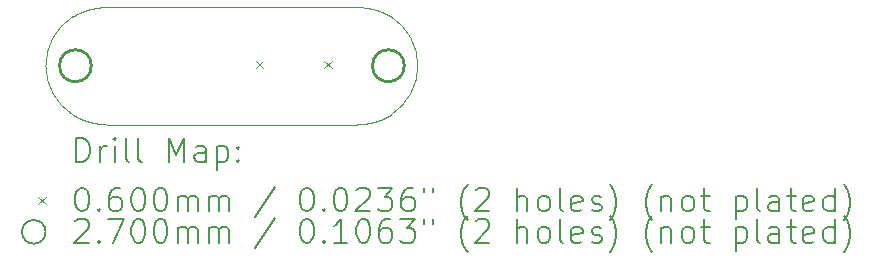
<source format=gbr>
%TF.GenerationSoftware,KiCad,Pcbnew,9.0.6*%
%TF.CreationDate,2025-12-29T07:41:30+09:00*%
%TF.ProjectId,muon,6d756f6e-2e6b-4696-9361-645f70636258,rev?*%
%TF.SameCoordinates,Original*%
%TF.FileFunction,Drillmap*%
%TF.FilePolarity,Positive*%
%FSLAX45Y45*%
G04 Gerber Fmt 4.5, Leading zero omitted, Abs format (unit mm)*
G04 Created by KiCad (PCBNEW 9.0.6) date 2025-12-29 07:41:30*
%MOMM*%
%LPD*%
G01*
G04 APERTURE LIST*
%ADD10C,0.050000*%
%ADD11C,0.200000*%
%ADD12C,0.100000*%
%ADD13C,0.270000*%
G04 APERTURE END LIST*
D10*
X8172120Y-5084630D02*
G75*
G02*
X8172120Y-5915370I-264620J-415370D01*
G01*
X7769895Y-5000000D02*
X5880105Y-5000000D01*
X5880105Y-6000000D02*
X5874430Y-6000000D01*
X5868715Y-5999997D01*
X5862961Y-5999991D01*
X5857169Y-5999979D01*
X5854258Y-5999971D01*
X5851339Y-5999960D01*
X5848411Y-5999946D01*
X5845473Y-5999930D01*
X5842527Y-5999911D01*
X5839573Y-5999889D01*
X5836609Y-5999864D01*
X5833638Y-5999835D01*
X5830658Y-5999802D01*
X5827669Y-5999765D01*
X5824673Y-5999723D01*
X5821669Y-5999677D01*
X5818657Y-5999626D01*
X5815638Y-5999570D01*
X5812611Y-5999509D01*
X5809576Y-5999442D01*
X5806535Y-5999369D01*
X5803486Y-5999291D01*
X5800430Y-5999206D01*
X5797367Y-5999114D01*
X5794297Y-5999016D01*
X5791221Y-5998910D01*
X5788138Y-5998798D01*
X5785049Y-5998678D01*
X5781954Y-5998550D01*
X5778852Y-5998414D01*
X5777299Y-5998343D01*
X5775745Y-5998270D01*
X5774189Y-5998195D01*
X5772631Y-5998117D01*
X5771072Y-5998038D01*
X5769512Y-5997956D01*
X5767950Y-5997872D01*
X5766387Y-5997786D01*
X5764823Y-5997697D01*
X5763257Y-5997606D01*
X5761689Y-5997513D01*
X5760121Y-5997417D01*
X5758551Y-5997319D01*
X5756980Y-5997219D01*
X5755407Y-5997116D01*
X5753834Y-5997010D01*
X5752259Y-5996902D01*
X5750682Y-5996791D01*
X5749105Y-5996678D01*
X5747526Y-5996562D01*
X5745947Y-5996444D01*
X5744366Y-5996323D01*
X5742783Y-5996199D01*
X5741200Y-5996072D01*
X5739616Y-5995942D01*
X5738030Y-5995810D01*
X5736444Y-5995675D01*
X5734856Y-5995537D01*
X5733267Y-5995396D01*
X5731677Y-5995252D01*
X5730086Y-5995105D01*
X5728495Y-5994956D01*
X5726902Y-5994803D01*
X5725308Y-5994647D01*
X5723713Y-5994488D01*
X5722117Y-5994326D01*
X5720520Y-5994160D01*
X5718923Y-5993992D01*
X5717324Y-5993820D01*
X5715725Y-5993646D01*
X5714125Y-5993467D01*
X5712523Y-5993286D01*
X5710921Y-5993101D01*
X5709319Y-5992913D01*
X5707715Y-5992721D01*
X5706111Y-5992527D01*
X5704505Y-5992328D01*
X5702899Y-5992126D01*
X5701293Y-5991921D01*
X5699685Y-5991712D01*
X5698077Y-5991499D01*
X5696468Y-5991283D01*
X5694858Y-5991064D01*
X5693248Y-5990840D01*
X5691637Y-5990613D01*
X5690026Y-5990382D01*
X5688414Y-5990148D01*
X5686801Y-5989909D01*
X5685188Y-5989667D01*
X5683574Y-5989421D01*
X5681959Y-5989171D01*
X5680344Y-5988917D01*
X5678729Y-5988660D01*
X5677113Y-5988398D01*
X5675496Y-5988132D01*
X5673879Y-5987863D01*
X5672261Y-5987589D01*
X5670643Y-5987311D01*
X5669025Y-5987029D01*
X5667406Y-5986743D01*
X5665787Y-5986453D01*
X5664167Y-5986158D01*
X5662548Y-5985859D01*
X5660927Y-5985556D01*
X5659307Y-5985249D01*
X5657686Y-5984938D01*
X5656064Y-5984622D01*
X5654443Y-5984301D01*
X5652821Y-5983976D01*
X5651199Y-5983647D01*
X5649576Y-5983313D01*
X5647954Y-5982975D01*
X5646331Y-5982632D01*
X5644708Y-5982285D01*
X5643085Y-5981933D01*
X5641461Y-5981577D01*
X5639838Y-5981215D01*
X5638214Y-5980849D01*
X5636591Y-5980479D01*
X5634967Y-5980103D01*
X5633343Y-5979723D01*
X5631719Y-5979338D01*
X5630095Y-5978948D01*
X5628471Y-5978554D01*
X5626847Y-5978154D01*
X5625222Y-5977750D01*
X5623598Y-5977340D01*
X5621974Y-5976926D01*
X5620350Y-5976506D01*
X5618726Y-5976081D01*
X5617102Y-5975652D01*
X5615478Y-5975217D01*
X5613855Y-5974777D01*
X5612231Y-5974332D01*
X5610607Y-5973882D01*
X5608984Y-5973426D01*
X5607361Y-5972965D01*
X5605738Y-5972499D01*
X5604115Y-5972028D01*
X5602493Y-5971551D01*
X5600870Y-5971069D01*
X5599248Y-5970581D01*
X5597626Y-5970088D01*
X5596005Y-5969590D01*
X5594383Y-5969086D01*
X5592762Y-5968576D01*
X5591142Y-5968061D01*
X5589521Y-5967540D01*
X5587901Y-5967014D01*
X5586282Y-5966482D01*
X5584663Y-5965944D01*
X5583044Y-5965401D01*
X5581425Y-5964852D01*
X5579807Y-5964297D01*
X5578190Y-5963736D01*
X5576573Y-5963169D01*
X5574956Y-5962597D01*
X5573340Y-5962018D01*
X5571725Y-5961434D01*
X5570110Y-5960844D01*
X5568495Y-5960247D01*
X5566881Y-5959645D01*
X5565268Y-5959037D01*
X5563655Y-5958422D01*
X5562043Y-5957802D01*
X5560431Y-5957175D01*
X5558821Y-5956542D01*
X5557210Y-5955903D01*
X5555601Y-5955258D01*
X5553992Y-5954606D01*
X5552384Y-5953948D01*
X5550776Y-5953284D01*
X5549169Y-5952614D01*
X5547563Y-5951937D01*
X5545958Y-5951253D01*
X5544354Y-5950563D01*
X5542750Y-5949867D01*
X5541147Y-5949164D01*
X5539545Y-5948455D01*
X5537944Y-5947739D01*
X5536344Y-5947017D01*
X5534744Y-5946288D01*
X5533146Y-5945552D01*
X5531548Y-5944809D01*
X5529951Y-5944060D01*
X5528356Y-5943304D01*
X5526761Y-5942542D01*
X5525167Y-5941772D01*
X5523574Y-5940996D01*
X5521982Y-5940212D01*
X5520391Y-5939422D01*
X5518802Y-5938625D01*
X5517213Y-5937821D01*
X5515625Y-5937010D01*
X5514038Y-5936192D01*
X5512453Y-5935367D01*
X5510868Y-5934535D01*
X5509285Y-5933696D01*
X5507703Y-5932849D01*
X5506122Y-5931996D01*
X5504542Y-5931135D01*
X5502963Y-5930267D01*
X5501386Y-5929391D01*
X5499810Y-5928509D01*
X5498235Y-5927619D01*
X5496661Y-5926722D01*
X5495089Y-5925817D01*
X5493517Y-5924905D01*
X5491948Y-5923985D01*
X5490379Y-5923058D01*
X5488812Y-5922124D01*
X5487246Y-5921182D01*
X5485681Y-5920232D01*
X5484118Y-5919275D01*
X5482556Y-5918310D01*
X5480996Y-5917338D01*
X5479437Y-5916358D01*
X5477880Y-5915370D01*
X7769895Y-5000000D02*
X7775570Y-5000000D01*
X7781285Y-5000003D01*
X7787039Y-5000009D01*
X7792831Y-5000021D01*
X7795741Y-5000029D01*
X7798661Y-5000040D01*
X7801589Y-5000054D01*
X7804526Y-5000070D01*
X7807473Y-5000089D01*
X7810427Y-5000111D01*
X7813391Y-5000136D01*
X7816362Y-5000165D01*
X7819342Y-5000198D01*
X7822330Y-5000235D01*
X7825327Y-5000277D01*
X7828331Y-5000323D01*
X7831343Y-5000374D01*
X7834362Y-5000430D01*
X7837389Y-5000491D01*
X7840424Y-5000558D01*
X7843465Y-5000631D01*
X7846514Y-5000709D01*
X7849570Y-5000794D01*
X7852633Y-5000886D01*
X7855703Y-5000984D01*
X7858779Y-5001090D01*
X7861862Y-5001202D01*
X7864951Y-5001322D01*
X7868046Y-5001450D01*
X7871148Y-5001586D01*
X7872701Y-5001657D01*
X7874255Y-5001730D01*
X7875811Y-5001805D01*
X7877369Y-5001883D01*
X7878928Y-5001962D01*
X7880488Y-5002044D01*
X7882050Y-5002128D01*
X7883613Y-5002214D01*
X7885177Y-5002303D01*
X7886743Y-5002394D01*
X7888310Y-5002487D01*
X7889879Y-5002583D01*
X7891449Y-5002681D01*
X7893020Y-5002781D01*
X7894593Y-5002884D01*
X7896166Y-5002990D01*
X7897741Y-5003098D01*
X7899317Y-5003209D01*
X7900895Y-5003322D01*
X7902473Y-5003438D01*
X7904053Y-5003556D01*
X7905634Y-5003677D01*
X7907216Y-5003801D01*
X7908800Y-5003928D01*
X7910384Y-5004058D01*
X7911970Y-5004190D01*
X7913556Y-5004325D01*
X7915144Y-5004463D01*
X7916733Y-5004604D01*
X7918323Y-5004748D01*
X7919914Y-5004895D01*
X7921505Y-5005044D01*
X7923098Y-5005197D01*
X7924692Y-5005353D01*
X7926287Y-5005512D01*
X7927883Y-5005674D01*
X7929479Y-5005840D01*
X7931077Y-5006008D01*
X7932676Y-5006180D01*
X7934275Y-5006354D01*
X7935875Y-5006533D01*
X7937476Y-5006714D01*
X7939078Y-5006899D01*
X7940681Y-5007087D01*
X7942285Y-5007279D01*
X7943889Y-5007473D01*
X7945495Y-5007672D01*
X7947101Y-5007874D01*
X7948707Y-5008079D01*
X7950315Y-5008288D01*
X7951923Y-5008501D01*
X7953532Y-5008717D01*
X7955141Y-5008936D01*
X7956752Y-5009160D01*
X7958363Y-5009387D01*
X7959974Y-5009618D01*
X7961586Y-5009852D01*
X7963199Y-5010091D01*
X7964812Y-5010333D01*
X7966426Y-5010579D01*
X7968041Y-5010829D01*
X7969656Y-5011083D01*
X7971271Y-5011340D01*
X7972887Y-5011602D01*
X7974504Y-5011868D01*
X7976121Y-5012137D01*
X7977738Y-5012411D01*
X7979356Y-5012689D01*
X7980975Y-5012971D01*
X7982594Y-5013257D01*
X7984213Y-5013547D01*
X7985832Y-5013842D01*
X7987452Y-5014141D01*
X7989073Y-5014444D01*
X7990693Y-5014751D01*
X7992314Y-5015062D01*
X7993936Y-5015378D01*
X7995557Y-5015699D01*
X7997179Y-5016024D01*
X7998801Y-5016353D01*
X8000424Y-5016687D01*
X8002046Y-5017025D01*
X8003669Y-5017368D01*
X8005292Y-5017715D01*
X8006915Y-5018067D01*
X8008538Y-5018423D01*
X8010162Y-5018785D01*
X8011786Y-5019151D01*
X8013409Y-5019521D01*
X8015033Y-5019897D01*
X8016657Y-5020277D01*
X8018281Y-5020662D01*
X8019905Y-5021052D01*
X8021529Y-5021446D01*
X8023153Y-5021846D01*
X8024778Y-5022250D01*
X8026402Y-5022660D01*
X8028026Y-5023074D01*
X8029650Y-5023494D01*
X8031274Y-5023919D01*
X8032898Y-5024348D01*
X8034522Y-5024783D01*
X8036145Y-5025223D01*
X8037769Y-5025668D01*
X8039392Y-5026118D01*
X8041016Y-5026574D01*
X8042639Y-5027035D01*
X8044262Y-5027501D01*
X8045885Y-5027972D01*
X8047507Y-5028449D01*
X8049130Y-5028931D01*
X8050752Y-5029419D01*
X8052374Y-5029912D01*
X8053995Y-5030410D01*
X8055617Y-5030914D01*
X8057238Y-5031424D01*
X8058858Y-5031939D01*
X8060479Y-5032460D01*
X8062099Y-5032986D01*
X8063718Y-5033518D01*
X8065337Y-5034056D01*
X8066956Y-5034599D01*
X8068575Y-5035148D01*
X8070193Y-5035703D01*
X8071810Y-5036264D01*
X8073427Y-5036831D01*
X8075044Y-5037403D01*
X8076660Y-5037982D01*
X8078275Y-5038566D01*
X8079890Y-5039156D01*
X8081505Y-5039753D01*
X8083119Y-5040355D01*
X8084732Y-5040963D01*
X8086345Y-5041578D01*
X8087957Y-5042198D01*
X8089569Y-5042825D01*
X8091179Y-5043458D01*
X8092790Y-5044097D01*
X8094399Y-5044742D01*
X8096008Y-5045394D01*
X8097616Y-5046052D01*
X8099224Y-5046716D01*
X8100831Y-5047386D01*
X8102437Y-5048063D01*
X8104042Y-5048747D01*
X8105646Y-5049437D01*
X8107250Y-5050133D01*
X8108853Y-5050836D01*
X8110455Y-5051545D01*
X8112056Y-5052261D01*
X8113656Y-5052983D01*
X8115256Y-5053712D01*
X8116854Y-5054448D01*
X8118452Y-5055191D01*
X8120049Y-5055940D01*
X8121644Y-5056696D01*
X8123239Y-5057458D01*
X8124833Y-5058228D01*
X8126426Y-5059004D01*
X8128018Y-5059788D01*
X8129609Y-5060578D01*
X8131198Y-5061375D01*
X8132787Y-5062179D01*
X8134375Y-5062990D01*
X8135962Y-5063808D01*
X8137547Y-5064633D01*
X8139132Y-5065465D01*
X8140715Y-5066304D01*
X8142297Y-5067151D01*
X8143878Y-5068004D01*
X8145458Y-5068865D01*
X8147037Y-5069733D01*
X8148614Y-5070609D01*
X8150190Y-5071491D01*
X8151765Y-5072381D01*
X8153339Y-5073278D01*
X8154911Y-5074183D01*
X8156483Y-5075095D01*
X8158052Y-5076015D01*
X8159621Y-5076942D01*
X8161188Y-5077876D01*
X8162754Y-5078818D01*
X8164319Y-5079768D01*
X8165882Y-5080725D01*
X8167444Y-5081690D01*
X8169004Y-5082662D01*
X8170563Y-5083642D01*
X8172120Y-5084630D01*
X5880105Y-6000000D02*
X7769895Y-6000000D01*
X7769895Y-6000000D02*
X7775570Y-6000000D01*
X7781285Y-5999997D01*
X7787039Y-5999991D01*
X7792831Y-5999979D01*
X7795741Y-5999971D01*
X7798661Y-5999960D01*
X7801589Y-5999946D01*
X7804526Y-5999930D01*
X7807473Y-5999911D01*
X7810427Y-5999889D01*
X7813391Y-5999864D01*
X7816362Y-5999835D01*
X7819342Y-5999802D01*
X7822330Y-5999765D01*
X7825327Y-5999723D01*
X7828331Y-5999677D01*
X7831343Y-5999626D01*
X7834362Y-5999570D01*
X7837389Y-5999509D01*
X7840424Y-5999442D01*
X7843465Y-5999369D01*
X7846514Y-5999291D01*
X7849570Y-5999206D01*
X7852633Y-5999114D01*
X7855703Y-5999016D01*
X7858779Y-5998910D01*
X7861862Y-5998798D01*
X7864951Y-5998678D01*
X7868046Y-5998550D01*
X7871148Y-5998414D01*
X7872701Y-5998343D01*
X7874255Y-5998270D01*
X7875811Y-5998195D01*
X7877369Y-5998117D01*
X7878928Y-5998038D01*
X7880488Y-5997956D01*
X7882050Y-5997872D01*
X7883613Y-5997786D01*
X7885177Y-5997697D01*
X7886743Y-5997606D01*
X7888310Y-5997513D01*
X7889879Y-5997417D01*
X7891449Y-5997319D01*
X7893020Y-5997219D01*
X7894593Y-5997116D01*
X7896166Y-5997010D01*
X7897741Y-5996902D01*
X7899317Y-5996791D01*
X7900895Y-5996678D01*
X7902473Y-5996562D01*
X7904053Y-5996444D01*
X7905634Y-5996323D01*
X7907216Y-5996199D01*
X7908800Y-5996072D01*
X7910384Y-5995942D01*
X7911970Y-5995810D01*
X7913556Y-5995675D01*
X7915144Y-5995537D01*
X7916733Y-5995396D01*
X7918323Y-5995252D01*
X7919914Y-5995105D01*
X7921505Y-5994956D01*
X7923098Y-5994803D01*
X7924692Y-5994647D01*
X7926287Y-5994488D01*
X7927883Y-5994326D01*
X7929479Y-5994160D01*
X7931077Y-5993992D01*
X7932676Y-5993820D01*
X7934275Y-5993646D01*
X7935875Y-5993467D01*
X7937476Y-5993286D01*
X7939078Y-5993101D01*
X7940681Y-5992913D01*
X7942285Y-5992721D01*
X7943889Y-5992527D01*
X7945495Y-5992328D01*
X7947101Y-5992126D01*
X7948707Y-5991921D01*
X7950315Y-5991712D01*
X7951923Y-5991499D01*
X7953532Y-5991283D01*
X7955141Y-5991064D01*
X7956752Y-5990840D01*
X7958363Y-5990613D01*
X7959974Y-5990382D01*
X7961586Y-5990148D01*
X7963199Y-5989909D01*
X7964812Y-5989667D01*
X7966426Y-5989421D01*
X7968041Y-5989171D01*
X7969656Y-5988917D01*
X7971271Y-5988660D01*
X7972887Y-5988398D01*
X7974504Y-5988132D01*
X7976121Y-5987863D01*
X7977738Y-5987589D01*
X7979356Y-5987311D01*
X7980975Y-5987029D01*
X7982594Y-5986743D01*
X7984213Y-5986453D01*
X7985832Y-5986158D01*
X7987452Y-5985859D01*
X7989073Y-5985556D01*
X7990693Y-5985249D01*
X7992314Y-5984938D01*
X7993936Y-5984622D01*
X7995557Y-5984301D01*
X7997179Y-5983976D01*
X7998801Y-5983647D01*
X8000424Y-5983313D01*
X8002046Y-5982975D01*
X8003669Y-5982632D01*
X8005292Y-5982285D01*
X8006915Y-5981933D01*
X8008538Y-5981577D01*
X8010162Y-5981215D01*
X8011786Y-5980849D01*
X8013409Y-5980479D01*
X8015033Y-5980103D01*
X8016657Y-5979723D01*
X8018281Y-5979338D01*
X8019905Y-5978948D01*
X8021529Y-5978554D01*
X8023153Y-5978154D01*
X8024778Y-5977750D01*
X8026402Y-5977340D01*
X8028026Y-5976926D01*
X8029650Y-5976506D01*
X8031274Y-5976081D01*
X8032898Y-5975652D01*
X8034522Y-5975217D01*
X8036145Y-5974777D01*
X8037769Y-5974332D01*
X8039392Y-5973882D01*
X8041016Y-5973426D01*
X8042639Y-5972965D01*
X8044262Y-5972499D01*
X8045885Y-5972028D01*
X8047507Y-5971551D01*
X8049130Y-5971069D01*
X8050752Y-5970581D01*
X8052374Y-5970088D01*
X8053995Y-5969590D01*
X8055617Y-5969086D01*
X8057238Y-5968576D01*
X8058858Y-5968061D01*
X8060479Y-5967540D01*
X8062099Y-5967014D01*
X8063718Y-5966482D01*
X8065337Y-5965944D01*
X8066956Y-5965401D01*
X8068575Y-5964852D01*
X8070193Y-5964297D01*
X8071810Y-5963736D01*
X8073427Y-5963169D01*
X8075044Y-5962597D01*
X8076660Y-5962018D01*
X8078275Y-5961434D01*
X8079890Y-5960844D01*
X8081505Y-5960247D01*
X8083119Y-5959645D01*
X8084732Y-5959037D01*
X8086345Y-5958422D01*
X8087957Y-5957802D01*
X8089569Y-5957175D01*
X8091179Y-5956542D01*
X8092790Y-5955903D01*
X8094399Y-5955258D01*
X8096008Y-5954606D01*
X8097616Y-5953948D01*
X8099224Y-5953284D01*
X8100831Y-5952614D01*
X8102437Y-5951937D01*
X8104042Y-5951253D01*
X8105646Y-5950563D01*
X8107250Y-5949867D01*
X8108853Y-5949164D01*
X8110455Y-5948455D01*
X8112056Y-5947739D01*
X8113656Y-5947017D01*
X8115256Y-5946288D01*
X8116854Y-5945552D01*
X8118452Y-5944809D01*
X8120049Y-5944060D01*
X8121644Y-5943304D01*
X8123239Y-5942542D01*
X8124833Y-5941772D01*
X8126426Y-5940996D01*
X8128018Y-5940212D01*
X8129609Y-5939422D01*
X8131198Y-5938625D01*
X8132787Y-5937821D01*
X8134375Y-5937010D01*
X8135962Y-5936192D01*
X8137547Y-5935367D01*
X8139132Y-5934535D01*
X8140715Y-5933696D01*
X8142297Y-5932849D01*
X8143878Y-5931996D01*
X8145458Y-5931135D01*
X8147037Y-5930267D01*
X8148614Y-5929391D01*
X8150190Y-5928509D01*
X8151765Y-5927619D01*
X8153339Y-5926722D01*
X8154911Y-5925817D01*
X8156483Y-5924905D01*
X8158052Y-5923985D01*
X8159621Y-5923058D01*
X8161188Y-5922124D01*
X8162754Y-5921182D01*
X8164319Y-5920232D01*
X8165882Y-5919275D01*
X8167444Y-5918310D01*
X8169004Y-5917338D01*
X8170563Y-5916358D01*
X8172120Y-5915370D01*
X5880105Y-5000000D02*
X5874430Y-5000000D01*
X5868715Y-5000003D01*
X5862961Y-5000009D01*
X5857169Y-5000021D01*
X5854258Y-5000029D01*
X5851339Y-5000040D01*
X5848411Y-5000054D01*
X5845473Y-5000070D01*
X5842527Y-5000089D01*
X5839573Y-5000111D01*
X5836609Y-5000136D01*
X5833638Y-5000165D01*
X5830658Y-5000198D01*
X5827669Y-5000235D01*
X5824673Y-5000277D01*
X5821669Y-5000323D01*
X5818657Y-5000374D01*
X5815638Y-5000430D01*
X5812611Y-5000491D01*
X5809576Y-5000558D01*
X5806535Y-5000631D01*
X5803486Y-5000709D01*
X5800430Y-5000794D01*
X5797367Y-5000886D01*
X5794297Y-5000984D01*
X5791221Y-5001090D01*
X5788138Y-5001202D01*
X5785049Y-5001322D01*
X5781954Y-5001450D01*
X5778852Y-5001586D01*
X5777299Y-5001657D01*
X5775745Y-5001730D01*
X5774189Y-5001805D01*
X5772631Y-5001883D01*
X5771072Y-5001962D01*
X5769512Y-5002044D01*
X5767950Y-5002128D01*
X5766387Y-5002214D01*
X5764823Y-5002303D01*
X5763257Y-5002394D01*
X5761689Y-5002487D01*
X5760121Y-5002583D01*
X5758551Y-5002681D01*
X5756980Y-5002781D01*
X5755407Y-5002884D01*
X5753834Y-5002990D01*
X5752259Y-5003098D01*
X5750682Y-5003209D01*
X5749105Y-5003322D01*
X5747526Y-5003438D01*
X5745947Y-5003556D01*
X5744366Y-5003677D01*
X5742783Y-5003801D01*
X5741200Y-5003928D01*
X5739616Y-5004058D01*
X5738030Y-5004190D01*
X5736444Y-5004325D01*
X5734856Y-5004463D01*
X5733267Y-5004604D01*
X5731677Y-5004748D01*
X5730086Y-5004895D01*
X5728495Y-5005044D01*
X5726902Y-5005197D01*
X5725308Y-5005353D01*
X5723713Y-5005512D01*
X5722117Y-5005674D01*
X5720520Y-5005840D01*
X5718923Y-5006008D01*
X5717324Y-5006180D01*
X5715725Y-5006354D01*
X5714125Y-5006533D01*
X5712523Y-5006714D01*
X5710921Y-5006899D01*
X5709319Y-5007087D01*
X5707715Y-5007279D01*
X5706111Y-5007473D01*
X5704505Y-5007672D01*
X5702899Y-5007874D01*
X5701293Y-5008079D01*
X5699685Y-5008288D01*
X5698077Y-5008501D01*
X5696468Y-5008717D01*
X5694858Y-5008936D01*
X5693248Y-5009160D01*
X5691637Y-5009387D01*
X5690026Y-5009618D01*
X5688414Y-5009852D01*
X5686801Y-5010091D01*
X5685188Y-5010333D01*
X5683574Y-5010579D01*
X5681959Y-5010829D01*
X5680344Y-5011083D01*
X5678729Y-5011340D01*
X5677113Y-5011602D01*
X5675496Y-5011868D01*
X5673879Y-5012137D01*
X5672261Y-5012411D01*
X5670643Y-5012689D01*
X5669025Y-5012971D01*
X5667406Y-5013257D01*
X5665787Y-5013547D01*
X5664167Y-5013842D01*
X5662548Y-5014141D01*
X5660927Y-5014444D01*
X5659307Y-5014751D01*
X5657686Y-5015062D01*
X5656064Y-5015378D01*
X5654443Y-5015699D01*
X5652821Y-5016024D01*
X5651199Y-5016353D01*
X5649576Y-5016687D01*
X5647954Y-5017025D01*
X5646331Y-5017368D01*
X5644708Y-5017715D01*
X5643085Y-5018067D01*
X5641461Y-5018423D01*
X5639838Y-5018785D01*
X5638214Y-5019151D01*
X5636591Y-5019521D01*
X5634967Y-5019897D01*
X5633343Y-5020277D01*
X5631719Y-5020662D01*
X5630095Y-5021052D01*
X5628471Y-5021446D01*
X5626847Y-5021846D01*
X5625222Y-5022250D01*
X5623598Y-5022660D01*
X5621974Y-5023074D01*
X5620350Y-5023494D01*
X5618726Y-5023919D01*
X5617102Y-5024348D01*
X5615478Y-5024783D01*
X5613855Y-5025223D01*
X5612231Y-5025668D01*
X5610607Y-5026118D01*
X5608984Y-5026574D01*
X5607361Y-5027035D01*
X5605738Y-5027501D01*
X5604115Y-5027972D01*
X5602493Y-5028449D01*
X5600870Y-5028931D01*
X5599248Y-5029419D01*
X5597626Y-5029912D01*
X5596005Y-5030410D01*
X5594383Y-5030914D01*
X5592762Y-5031424D01*
X5591142Y-5031939D01*
X5589521Y-5032460D01*
X5587901Y-5032986D01*
X5586282Y-5033518D01*
X5584663Y-5034056D01*
X5583044Y-5034599D01*
X5581425Y-5035148D01*
X5579807Y-5035703D01*
X5578190Y-5036264D01*
X5576573Y-5036831D01*
X5574956Y-5037403D01*
X5573340Y-5037982D01*
X5571725Y-5038566D01*
X5570110Y-5039156D01*
X5568495Y-5039753D01*
X5566881Y-5040355D01*
X5565268Y-5040963D01*
X5563655Y-5041578D01*
X5562043Y-5042198D01*
X5560431Y-5042825D01*
X5558821Y-5043458D01*
X5557210Y-5044097D01*
X5555601Y-5044742D01*
X5553992Y-5045394D01*
X5552384Y-5046052D01*
X5550776Y-5046716D01*
X5549169Y-5047386D01*
X5547563Y-5048063D01*
X5545958Y-5048747D01*
X5544354Y-5049437D01*
X5542750Y-5050133D01*
X5541147Y-5050836D01*
X5539545Y-5051545D01*
X5537944Y-5052261D01*
X5536344Y-5052983D01*
X5534744Y-5053712D01*
X5533146Y-5054448D01*
X5531548Y-5055191D01*
X5529951Y-5055940D01*
X5528356Y-5056696D01*
X5526761Y-5057458D01*
X5525167Y-5058228D01*
X5523574Y-5059004D01*
X5521982Y-5059788D01*
X5520391Y-5060578D01*
X5518802Y-5061375D01*
X5517213Y-5062179D01*
X5515625Y-5062990D01*
X5514038Y-5063808D01*
X5512453Y-5064633D01*
X5510868Y-5065465D01*
X5509285Y-5066304D01*
X5507703Y-5067151D01*
X5506122Y-5068004D01*
X5504542Y-5068865D01*
X5502963Y-5069733D01*
X5501386Y-5070609D01*
X5499810Y-5071491D01*
X5498235Y-5072381D01*
X5496661Y-5073278D01*
X5495089Y-5074183D01*
X5493517Y-5075095D01*
X5491948Y-5076015D01*
X5490379Y-5076942D01*
X5488812Y-5077876D01*
X5487246Y-5078818D01*
X5485681Y-5079768D01*
X5484118Y-5080725D01*
X5482556Y-5081690D01*
X5480996Y-5082662D01*
X5479437Y-5083642D01*
X5477880Y-5084630D01*
X5477880Y-5915370D02*
G75*
G02*
X5477880Y-5084630I264620J415370D01*
G01*
D11*
D12*
X7031000Y-5458000D02*
X7091000Y-5518000D01*
X7091000Y-5458000D02*
X7031000Y-5518000D01*
X7609000Y-5458000D02*
X7669000Y-5518000D01*
X7669000Y-5458000D02*
X7609000Y-5518000D01*
D13*
X5635000Y-5500000D02*
G75*
G02*
X5365000Y-5500000I-135000J0D01*
G01*
X5365000Y-5500000D02*
G75*
G02*
X5635000Y-5500000I135000J0D01*
G01*
X8285000Y-5500000D02*
G75*
G02*
X8015000Y-5500000I-135000J0D01*
G01*
X8015000Y-5500000D02*
G75*
G02*
X8285000Y-5500000I135000J0D01*
G01*
D11*
X5508277Y-6313984D02*
X5508277Y-6113984D01*
X5508277Y-6113984D02*
X5555896Y-6113984D01*
X5555896Y-6113984D02*
X5584468Y-6123508D01*
X5584468Y-6123508D02*
X5603515Y-6142555D01*
X5603515Y-6142555D02*
X5613039Y-6161603D01*
X5613039Y-6161603D02*
X5622563Y-6199698D01*
X5622563Y-6199698D02*
X5622563Y-6228269D01*
X5622563Y-6228269D02*
X5613039Y-6266365D01*
X5613039Y-6266365D02*
X5603515Y-6285412D01*
X5603515Y-6285412D02*
X5584468Y-6304460D01*
X5584468Y-6304460D02*
X5555896Y-6313984D01*
X5555896Y-6313984D02*
X5508277Y-6313984D01*
X5708277Y-6313984D02*
X5708277Y-6180650D01*
X5708277Y-6218746D02*
X5717801Y-6199698D01*
X5717801Y-6199698D02*
X5727325Y-6190174D01*
X5727325Y-6190174D02*
X5746372Y-6180650D01*
X5746372Y-6180650D02*
X5765420Y-6180650D01*
X5832087Y-6313984D02*
X5832087Y-6180650D01*
X5832087Y-6113984D02*
X5822563Y-6123508D01*
X5822563Y-6123508D02*
X5832087Y-6133031D01*
X5832087Y-6133031D02*
X5841610Y-6123508D01*
X5841610Y-6123508D02*
X5832087Y-6113984D01*
X5832087Y-6113984D02*
X5832087Y-6133031D01*
X5955896Y-6313984D02*
X5936848Y-6304460D01*
X5936848Y-6304460D02*
X5927325Y-6285412D01*
X5927325Y-6285412D02*
X5927325Y-6113984D01*
X6060658Y-6313984D02*
X6041610Y-6304460D01*
X6041610Y-6304460D02*
X6032087Y-6285412D01*
X6032087Y-6285412D02*
X6032087Y-6113984D01*
X6289229Y-6313984D02*
X6289229Y-6113984D01*
X6289229Y-6113984D02*
X6355896Y-6256841D01*
X6355896Y-6256841D02*
X6422563Y-6113984D01*
X6422563Y-6113984D02*
X6422563Y-6313984D01*
X6603515Y-6313984D02*
X6603515Y-6209222D01*
X6603515Y-6209222D02*
X6593991Y-6190174D01*
X6593991Y-6190174D02*
X6574944Y-6180650D01*
X6574944Y-6180650D02*
X6536848Y-6180650D01*
X6536848Y-6180650D02*
X6517801Y-6190174D01*
X6603515Y-6304460D02*
X6584468Y-6313984D01*
X6584468Y-6313984D02*
X6536848Y-6313984D01*
X6536848Y-6313984D02*
X6517801Y-6304460D01*
X6517801Y-6304460D02*
X6508277Y-6285412D01*
X6508277Y-6285412D02*
X6508277Y-6266365D01*
X6508277Y-6266365D02*
X6517801Y-6247317D01*
X6517801Y-6247317D02*
X6536848Y-6237793D01*
X6536848Y-6237793D02*
X6584468Y-6237793D01*
X6584468Y-6237793D02*
X6603515Y-6228269D01*
X6698753Y-6180650D02*
X6698753Y-6380650D01*
X6698753Y-6190174D02*
X6717801Y-6180650D01*
X6717801Y-6180650D02*
X6755896Y-6180650D01*
X6755896Y-6180650D02*
X6774944Y-6190174D01*
X6774944Y-6190174D02*
X6784468Y-6199698D01*
X6784468Y-6199698D02*
X6793991Y-6218746D01*
X6793991Y-6218746D02*
X6793991Y-6275888D01*
X6793991Y-6275888D02*
X6784468Y-6294936D01*
X6784468Y-6294936D02*
X6774944Y-6304460D01*
X6774944Y-6304460D02*
X6755896Y-6313984D01*
X6755896Y-6313984D02*
X6717801Y-6313984D01*
X6717801Y-6313984D02*
X6698753Y-6304460D01*
X6879706Y-6294936D02*
X6889229Y-6304460D01*
X6889229Y-6304460D02*
X6879706Y-6313984D01*
X6879706Y-6313984D02*
X6870182Y-6304460D01*
X6870182Y-6304460D02*
X6879706Y-6294936D01*
X6879706Y-6294936D02*
X6879706Y-6313984D01*
X6879706Y-6190174D02*
X6889229Y-6199698D01*
X6889229Y-6199698D02*
X6879706Y-6209222D01*
X6879706Y-6209222D02*
X6870182Y-6199698D01*
X6870182Y-6199698D02*
X6879706Y-6190174D01*
X6879706Y-6190174D02*
X6879706Y-6209222D01*
D12*
X5187500Y-6612500D02*
X5247500Y-6672500D01*
X5247500Y-6612500D02*
X5187500Y-6672500D01*
D11*
X5546372Y-6533984D02*
X5565420Y-6533984D01*
X5565420Y-6533984D02*
X5584468Y-6543508D01*
X5584468Y-6543508D02*
X5593991Y-6553031D01*
X5593991Y-6553031D02*
X5603515Y-6572079D01*
X5603515Y-6572079D02*
X5613039Y-6610174D01*
X5613039Y-6610174D02*
X5613039Y-6657793D01*
X5613039Y-6657793D02*
X5603515Y-6695888D01*
X5603515Y-6695888D02*
X5593991Y-6714936D01*
X5593991Y-6714936D02*
X5584468Y-6724460D01*
X5584468Y-6724460D02*
X5565420Y-6733984D01*
X5565420Y-6733984D02*
X5546372Y-6733984D01*
X5546372Y-6733984D02*
X5527325Y-6724460D01*
X5527325Y-6724460D02*
X5517801Y-6714936D01*
X5517801Y-6714936D02*
X5508277Y-6695888D01*
X5508277Y-6695888D02*
X5498753Y-6657793D01*
X5498753Y-6657793D02*
X5498753Y-6610174D01*
X5498753Y-6610174D02*
X5508277Y-6572079D01*
X5508277Y-6572079D02*
X5517801Y-6553031D01*
X5517801Y-6553031D02*
X5527325Y-6543508D01*
X5527325Y-6543508D02*
X5546372Y-6533984D01*
X5698753Y-6714936D02*
X5708277Y-6724460D01*
X5708277Y-6724460D02*
X5698753Y-6733984D01*
X5698753Y-6733984D02*
X5689229Y-6724460D01*
X5689229Y-6724460D02*
X5698753Y-6714936D01*
X5698753Y-6714936D02*
X5698753Y-6733984D01*
X5879706Y-6533984D02*
X5841610Y-6533984D01*
X5841610Y-6533984D02*
X5822563Y-6543508D01*
X5822563Y-6543508D02*
X5813039Y-6553031D01*
X5813039Y-6553031D02*
X5793991Y-6581603D01*
X5793991Y-6581603D02*
X5784468Y-6619698D01*
X5784468Y-6619698D02*
X5784468Y-6695888D01*
X5784468Y-6695888D02*
X5793991Y-6714936D01*
X5793991Y-6714936D02*
X5803515Y-6724460D01*
X5803515Y-6724460D02*
X5822563Y-6733984D01*
X5822563Y-6733984D02*
X5860658Y-6733984D01*
X5860658Y-6733984D02*
X5879706Y-6724460D01*
X5879706Y-6724460D02*
X5889229Y-6714936D01*
X5889229Y-6714936D02*
X5898753Y-6695888D01*
X5898753Y-6695888D02*
X5898753Y-6648269D01*
X5898753Y-6648269D02*
X5889229Y-6629222D01*
X5889229Y-6629222D02*
X5879706Y-6619698D01*
X5879706Y-6619698D02*
X5860658Y-6610174D01*
X5860658Y-6610174D02*
X5822563Y-6610174D01*
X5822563Y-6610174D02*
X5803515Y-6619698D01*
X5803515Y-6619698D02*
X5793991Y-6629222D01*
X5793991Y-6629222D02*
X5784468Y-6648269D01*
X6022563Y-6533984D02*
X6041610Y-6533984D01*
X6041610Y-6533984D02*
X6060658Y-6543508D01*
X6060658Y-6543508D02*
X6070182Y-6553031D01*
X6070182Y-6553031D02*
X6079706Y-6572079D01*
X6079706Y-6572079D02*
X6089229Y-6610174D01*
X6089229Y-6610174D02*
X6089229Y-6657793D01*
X6089229Y-6657793D02*
X6079706Y-6695888D01*
X6079706Y-6695888D02*
X6070182Y-6714936D01*
X6070182Y-6714936D02*
X6060658Y-6724460D01*
X6060658Y-6724460D02*
X6041610Y-6733984D01*
X6041610Y-6733984D02*
X6022563Y-6733984D01*
X6022563Y-6733984D02*
X6003515Y-6724460D01*
X6003515Y-6724460D02*
X5993991Y-6714936D01*
X5993991Y-6714936D02*
X5984468Y-6695888D01*
X5984468Y-6695888D02*
X5974944Y-6657793D01*
X5974944Y-6657793D02*
X5974944Y-6610174D01*
X5974944Y-6610174D02*
X5984468Y-6572079D01*
X5984468Y-6572079D02*
X5993991Y-6553031D01*
X5993991Y-6553031D02*
X6003515Y-6543508D01*
X6003515Y-6543508D02*
X6022563Y-6533984D01*
X6213039Y-6533984D02*
X6232087Y-6533984D01*
X6232087Y-6533984D02*
X6251134Y-6543508D01*
X6251134Y-6543508D02*
X6260658Y-6553031D01*
X6260658Y-6553031D02*
X6270182Y-6572079D01*
X6270182Y-6572079D02*
X6279706Y-6610174D01*
X6279706Y-6610174D02*
X6279706Y-6657793D01*
X6279706Y-6657793D02*
X6270182Y-6695888D01*
X6270182Y-6695888D02*
X6260658Y-6714936D01*
X6260658Y-6714936D02*
X6251134Y-6724460D01*
X6251134Y-6724460D02*
X6232087Y-6733984D01*
X6232087Y-6733984D02*
X6213039Y-6733984D01*
X6213039Y-6733984D02*
X6193991Y-6724460D01*
X6193991Y-6724460D02*
X6184468Y-6714936D01*
X6184468Y-6714936D02*
X6174944Y-6695888D01*
X6174944Y-6695888D02*
X6165420Y-6657793D01*
X6165420Y-6657793D02*
X6165420Y-6610174D01*
X6165420Y-6610174D02*
X6174944Y-6572079D01*
X6174944Y-6572079D02*
X6184468Y-6553031D01*
X6184468Y-6553031D02*
X6193991Y-6543508D01*
X6193991Y-6543508D02*
X6213039Y-6533984D01*
X6365420Y-6733984D02*
X6365420Y-6600650D01*
X6365420Y-6619698D02*
X6374944Y-6610174D01*
X6374944Y-6610174D02*
X6393991Y-6600650D01*
X6393991Y-6600650D02*
X6422563Y-6600650D01*
X6422563Y-6600650D02*
X6441610Y-6610174D01*
X6441610Y-6610174D02*
X6451134Y-6629222D01*
X6451134Y-6629222D02*
X6451134Y-6733984D01*
X6451134Y-6629222D02*
X6460658Y-6610174D01*
X6460658Y-6610174D02*
X6479706Y-6600650D01*
X6479706Y-6600650D02*
X6508277Y-6600650D01*
X6508277Y-6600650D02*
X6527325Y-6610174D01*
X6527325Y-6610174D02*
X6536849Y-6629222D01*
X6536849Y-6629222D02*
X6536849Y-6733984D01*
X6632087Y-6733984D02*
X6632087Y-6600650D01*
X6632087Y-6619698D02*
X6641610Y-6610174D01*
X6641610Y-6610174D02*
X6660658Y-6600650D01*
X6660658Y-6600650D02*
X6689230Y-6600650D01*
X6689230Y-6600650D02*
X6708277Y-6610174D01*
X6708277Y-6610174D02*
X6717801Y-6629222D01*
X6717801Y-6629222D02*
X6717801Y-6733984D01*
X6717801Y-6629222D02*
X6727325Y-6610174D01*
X6727325Y-6610174D02*
X6746372Y-6600650D01*
X6746372Y-6600650D02*
X6774944Y-6600650D01*
X6774944Y-6600650D02*
X6793991Y-6610174D01*
X6793991Y-6610174D02*
X6803515Y-6629222D01*
X6803515Y-6629222D02*
X6803515Y-6733984D01*
X7193991Y-6524460D02*
X7022563Y-6781603D01*
X7451134Y-6533984D02*
X7470182Y-6533984D01*
X7470182Y-6533984D02*
X7489230Y-6543508D01*
X7489230Y-6543508D02*
X7498753Y-6553031D01*
X7498753Y-6553031D02*
X7508277Y-6572079D01*
X7508277Y-6572079D02*
X7517801Y-6610174D01*
X7517801Y-6610174D02*
X7517801Y-6657793D01*
X7517801Y-6657793D02*
X7508277Y-6695888D01*
X7508277Y-6695888D02*
X7498753Y-6714936D01*
X7498753Y-6714936D02*
X7489230Y-6724460D01*
X7489230Y-6724460D02*
X7470182Y-6733984D01*
X7470182Y-6733984D02*
X7451134Y-6733984D01*
X7451134Y-6733984D02*
X7432087Y-6724460D01*
X7432087Y-6724460D02*
X7422563Y-6714936D01*
X7422563Y-6714936D02*
X7413039Y-6695888D01*
X7413039Y-6695888D02*
X7403515Y-6657793D01*
X7403515Y-6657793D02*
X7403515Y-6610174D01*
X7403515Y-6610174D02*
X7413039Y-6572079D01*
X7413039Y-6572079D02*
X7422563Y-6553031D01*
X7422563Y-6553031D02*
X7432087Y-6543508D01*
X7432087Y-6543508D02*
X7451134Y-6533984D01*
X7603515Y-6714936D02*
X7613039Y-6724460D01*
X7613039Y-6724460D02*
X7603515Y-6733984D01*
X7603515Y-6733984D02*
X7593992Y-6724460D01*
X7593992Y-6724460D02*
X7603515Y-6714936D01*
X7603515Y-6714936D02*
X7603515Y-6733984D01*
X7736849Y-6533984D02*
X7755896Y-6533984D01*
X7755896Y-6533984D02*
X7774944Y-6543508D01*
X7774944Y-6543508D02*
X7784468Y-6553031D01*
X7784468Y-6553031D02*
X7793992Y-6572079D01*
X7793992Y-6572079D02*
X7803515Y-6610174D01*
X7803515Y-6610174D02*
X7803515Y-6657793D01*
X7803515Y-6657793D02*
X7793992Y-6695888D01*
X7793992Y-6695888D02*
X7784468Y-6714936D01*
X7784468Y-6714936D02*
X7774944Y-6724460D01*
X7774944Y-6724460D02*
X7755896Y-6733984D01*
X7755896Y-6733984D02*
X7736849Y-6733984D01*
X7736849Y-6733984D02*
X7717801Y-6724460D01*
X7717801Y-6724460D02*
X7708277Y-6714936D01*
X7708277Y-6714936D02*
X7698753Y-6695888D01*
X7698753Y-6695888D02*
X7689230Y-6657793D01*
X7689230Y-6657793D02*
X7689230Y-6610174D01*
X7689230Y-6610174D02*
X7698753Y-6572079D01*
X7698753Y-6572079D02*
X7708277Y-6553031D01*
X7708277Y-6553031D02*
X7717801Y-6543508D01*
X7717801Y-6543508D02*
X7736849Y-6533984D01*
X7879706Y-6553031D02*
X7889230Y-6543508D01*
X7889230Y-6543508D02*
X7908277Y-6533984D01*
X7908277Y-6533984D02*
X7955896Y-6533984D01*
X7955896Y-6533984D02*
X7974944Y-6543508D01*
X7974944Y-6543508D02*
X7984468Y-6553031D01*
X7984468Y-6553031D02*
X7993992Y-6572079D01*
X7993992Y-6572079D02*
X7993992Y-6591127D01*
X7993992Y-6591127D02*
X7984468Y-6619698D01*
X7984468Y-6619698D02*
X7870182Y-6733984D01*
X7870182Y-6733984D02*
X7993992Y-6733984D01*
X8060658Y-6533984D02*
X8184468Y-6533984D01*
X8184468Y-6533984D02*
X8117801Y-6610174D01*
X8117801Y-6610174D02*
X8146373Y-6610174D01*
X8146373Y-6610174D02*
X8165420Y-6619698D01*
X8165420Y-6619698D02*
X8174944Y-6629222D01*
X8174944Y-6629222D02*
X8184468Y-6648269D01*
X8184468Y-6648269D02*
X8184468Y-6695888D01*
X8184468Y-6695888D02*
X8174944Y-6714936D01*
X8174944Y-6714936D02*
X8165420Y-6724460D01*
X8165420Y-6724460D02*
X8146373Y-6733984D01*
X8146373Y-6733984D02*
X8089230Y-6733984D01*
X8089230Y-6733984D02*
X8070182Y-6724460D01*
X8070182Y-6724460D02*
X8060658Y-6714936D01*
X8355896Y-6533984D02*
X8317801Y-6533984D01*
X8317801Y-6533984D02*
X8298753Y-6543508D01*
X8298753Y-6543508D02*
X8289230Y-6553031D01*
X8289230Y-6553031D02*
X8270182Y-6581603D01*
X8270182Y-6581603D02*
X8260658Y-6619698D01*
X8260658Y-6619698D02*
X8260658Y-6695888D01*
X8260658Y-6695888D02*
X8270182Y-6714936D01*
X8270182Y-6714936D02*
X8279706Y-6724460D01*
X8279706Y-6724460D02*
X8298753Y-6733984D01*
X8298753Y-6733984D02*
X8336849Y-6733984D01*
X8336849Y-6733984D02*
X8355896Y-6724460D01*
X8355896Y-6724460D02*
X8365420Y-6714936D01*
X8365420Y-6714936D02*
X8374944Y-6695888D01*
X8374944Y-6695888D02*
X8374944Y-6648269D01*
X8374944Y-6648269D02*
X8365420Y-6629222D01*
X8365420Y-6629222D02*
X8355896Y-6619698D01*
X8355896Y-6619698D02*
X8336849Y-6610174D01*
X8336849Y-6610174D02*
X8298753Y-6610174D01*
X8298753Y-6610174D02*
X8279706Y-6619698D01*
X8279706Y-6619698D02*
X8270182Y-6629222D01*
X8270182Y-6629222D02*
X8260658Y-6648269D01*
X8451135Y-6533984D02*
X8451135Y-6572079D01*
X8527325Y-6533984D02*
X8527325Y-6572079D01*
X8822563Y-6810174D02*
X8813039Y-6800650D01*
X8813039Y-6800650D02*
X8793992Y-6772079D01*
X8793992Y-6772079D02*
X8784468Y-6753031D01*
X8784468Y-6753031D02*
X8774944Y-6724460D01*
X8774944Y-6724460D02*
X8765420Y-6676841D01*
X8765420Y-6676841D02*
X8765420Y-6638746D01*
X8765420Y-6638746D02*
X8774944Y-6591127D01*
X8774944Y-6591127D02*
X8784468Y-6562555D01*
X8784468Y-6562555D02*
X8793992Y-6543508D01*
X8793992Y-6543508D02*
X8813039Y-6514936D01*
X8813039Y-6514936D02*
X8822563Y-6505412D01*
X8889230Y-6553031D02*
X8898754Y-6543508D01*
X8898754Y-6543508D02*
X8917801Y-6533984D01*
X8917801Y-6533984D02*
X8965420Y-6533984D01*
X8965420Y-6533984D02*
X8984468Y-6543508D01*
X8984468Y-6543508D02*
X8993992Y-6553031D01*
X8993992Y-6553031D02*
X9003516Y-6572079D01*
X9003516Y-6572079D02*
X9003516Y-6591127D01*
X9003516Y-6591127D02*
X8993992Y-6619698D01*
X8993992Y-6619698D02*
X8879706Y-6733984D01*
X8879706Y-6733984D02*
X9003516Y-6733984D01*
X9241611Y-6733984D02*
X9241611Y-6533984D01*
X9327325Y-6733984D02*
X9327325Y-6629222D01*
X9327325Y-6629222D02*
X9317801Y-6610174D01*
X9317801Y-6610174D02*
X9298754Y-6600650D01*
X9298754Y-6600650D02*
X9270182Y-6600650D01*
X9270182Y-6600650D02*
X9251135Y-6610174D01*
X9251135Y-6610174D02*
X9241611Y-6619698D01*
X9451135Y-6733984D02*
X9432087Y-6724460D01*
X9432087Y-6724460D02*
X9422563Y-6714936D01*
X9422563Y-6714936D02*
X9413039Y-6695888D01*
X9413039Y-6695888D02*
X9413039Y-6638746D01*
X9413039Y-6638746D02*
X9422563Y-6619698D01*
X9422563Y-6619698D02*
X9432087Y-6610174D01*
X9432087Y-6610174D02*
X9451135Y-6600650D01*
X9451135Y-6600650D02*
X9479706Y-6600650D01*
X9479706Y-6600650D02*
X9498754Y-6610174D01*
X9498754Y-6610174D02*
X9508278Y-6619698D01*
X9508278Y-6619698D02*
X9517801Y-6638746D01*
X9517801Y-6638746D02*
X9517801Y-6695888D01*
X9517801Y-6695888D02*
X9508278Y-6714936D01*
X9508278Y-6714936D02*
X9498754Y-6724460D01*
X9498754Y-6724460D02*
X9479706Y-6733984D01*
X9479706Y-6733984D02*
X9451135Y-6733984D01*
X9632087Y-6733984D02*
X9613039Y-6724460D01*
X9613039Y-6724460D02*
X9603516Y-6705412D01*
X9603516Y-6705412D02*
X9603516Y-6533984D01*
X9784468Y-6724460D02*
X9765420Y-6733984D01*
X9765420Y-6733984D02*
X9727325Y-6733984D01*
X9727325Y-6733984D02*
X9708278Y-6724460D01*
X9708278Y-6724460D02*
X9698754Y-6705412D01*
X9698754Y-6705412D02*
X9698754Y-6629222D01*
X9698754Y-6629222D02*
X9708278Y-6610174D01*
X9708278Y-6610174D02*
X9727325Y-6600650D01*
X9727325Y-6600650D02*
X9765420Y-6600650D01*
X9765420Y-6600650D02*
X9784468Y-6610174D01*
X9784468Y-6610174D02*
X9793992Y-6629222D01*
X9793992Y-6629222D02*
X9793992Y-6648269D01*
X9793992Y-6648269D02*
X9698754Y-6667317D01*
X9870182Y-6724460D02*
X9889230Y-6733984D01*
X9889230Y-6733984D02*
X9927325Y-6733984D01*
X9927325Y-6733984D02*
X9946373Y-6724460D01*
X9946373Y-6724460D02*
X9955897Y-6705412D01*
X9955897Y-6705412D02*
X9955897Y-6695888D01*
X9955897Y-6695888D02*
X9946373Y-6676841D01*
X9946373Y-6676841D02*
X9927325Y-6667317D01*
X9927325Y-6667317D02*
X9898754Y-6667317D01*
X9898754Y-6667317D02*
X9879706Y-6657793D01*
X9879706Y-6657793D02*
X9870182Y-6638746D01*
X9870182Y-6638746D02*
X9870182Y-6629222D01*
X9870182Y-6629222D02*
X9879706Y-6610174D01*
X9879706Y-6610174D02*
X9898754Y-6600650D01*
X9898754Y-6600650D02*
X9927325Y-6600650D01*
X9927325Y-6600650D02*
X9946373Y-6610174D01*
X10022563Y-6810174D02*
X10032087Y-6800650D01*
X10032087Y-6800650D02*
X10051135Y-6772079D01*
X10051135Y-6772079D02*
X10060659Y-6753031D01*
X10060659Y-6753031D02*
X10070182Y-6724460D01*
X10070182Y-6724460D02*
X10079706Y-6676841D01*
X10079706Y-6676841D02*
X10079706Y-6638746D01*
X10079706Y-6638746D02*
X10070182Y-6591127D01*
X10070182Y-6591127D02*
X10060659Y-6562555D01*
X10060659Y-6562555D02*
X10051135Y-6543508D01*
X10051135Y-6543508D02*
X10032087Y-6514936D01*
X10032087Y-6514936D02*
X10022563Y-6505412D01*
X10384468Y-6810174D02*
X10374944Y-6800650D01*
X10374944Y-6800650D02*
X10355897Y-6772079D01*
X10355897Y-6772079D02*
X10346373Y-6753031D01*
X10346373Y-6753031D02*
X10336849Y-6724460D01*
X10336849Y-6724460D02*
X10327325Y-6676841D01*
X10327325Y-6676841D02*
X10327325Y-6638746D01*
X10327325Y-6638746D02*
X10336849Y-6591127D01*
X10336849Y-6591127D02*
X10346373Y-6562555D01*
X10346373Y-6562555D02*
X10355897Y-6543508D01*
X10355897Y-6543508D02*
X10374944Y-6514936D01*
X10374944Y-6514936D02*
X10384468Y-6505412D01*
X10460659Y-6600650D02*
X10460659Y-6733984D01*
X10460659Y-6619698D02*
X10470182Y-6610174D01*
X10470182Y-6610174D02*
X10489230Y-6600650D01*
X10489230Y-6600650D02*
X10517801Y-6600650D01*
X10517801Y-6600650D02*
X10536849Y-6610174D01*
X10536849Y-6610174D02*
X10546373Y-6629222D01*
X10546373Y-6629222D02*
X10546373Y-6733984D01*
X10670182Y-6733984D02*
X10651135Y-6724460D01*
X10651135Y-6724460D02*
X10641611Y-6714936D01*
X10641611Y-6714936D02*
X10632087Y-6695888D01*
X10632087Y-6695888D02*
X10632087Y-6638746D01*
X10632087Y-6638746D02*
X10641611Y-6619698D01*
X10641611Y-6619698D02*
X10651135Y-6610174D01*
X10651135Y-6610174D02*
X10670182Y-6600650D01*
X10670182Y-6600650D02*
X10698754Y-6600650D01*
X10698754Y-6600650D02*
X10717801Y-6610174D01*
X10717801Y-6610174D02*
X10727325Y-6619698D01*
X10727325Y-6619698D02*
X10736849Y-6638746D01*
X10736849Y-6638746D02*
X10736849Y-6695888D01*
X10736849Y-6695888D02*
X10727325Y-6714936D01*
X10727325Y-6714936D02*
X10717801Y-6724460D01*
X10717801Y-6724460D02*
X10698754Y-6733984D01*
X10698754Y-6733984D02*
X10670182Y-6733984D01*
X10793992Y-6600650D02*
X10870182Y-6600650D01*
X10822563Y-6533984D02*
X10822563Y-6705412D01*
X10822563Y-6705412D02*
X10832087Y-6724460D01*
X10832087Y-6724460D02*
X10851135Y-6733984D01*
X10851135Y-6733984D02*
X10870182Y-6733984D01*
X11089230Y-6600650D02*
X11089230Y-6800650D01*
X11089230Y-6610174D02*
X11108278Y-6600650D01*
X11108278Y-6600650D02*
X11146373Y-6600650D01*
X11146373Y-6600650D02*
X11165421Y-6610174D01*
X11165421Y-6610174D02*
X11174944Y-6619698D01*
X11174944Y-6619698D02*
X11184468Y-6638746D01*
X11184468Y-6638746D02*
X11184468Y-6695888D01*
X11184468Y-6695888D02*
X11174944Y-6714936D01*
X11174944Y-6714936D02*
X11165421Y-6724460D01*
X11165421Y-6724460D02*
X11146373Y-6733984D01*
X11146373Y-6733984D02*
X11108278Y-6733984D01*
X11108278Y-6733984D02*
X11089230Y-6724460D01*
X11298754Y-6733984D02*
X11279706Y-6724460D01*
X11279706Y-6724460D02*
X11270182Y-6705412D01*
X11270182Y-6705412D02*
X11270182Y-6533984D01*
X11460659Y-6733984D02*
X11460659Y-6629222D01*
X11460659Y-6629222D02*
X11451135Y-6610174D01*
X11451135Y-6610174D02*
X11432087Y-6600650D01*
X11432087Y-6600650D02*
X11393992Y-6600650D01*
X11393992Y-6600650D02*
X11374944Y-6610174D01*
X11460659Y-6724460D02*
X11441611Y-6733984D01*
X11441611Y-6733984D02*
X11393992Y-6733984D01*
X11393992Y-6733984D02*
X11374944Y-6724460D01*
X11374944Y-6724460D02*
X11365420Y-6705412D01*
X11365420Y-6705412D02*
X11365420Y-6686365D01*
X11365420Y-6686365D02*
X11374944Y-6667317D01*
X11374944Y-6667317D02*
X11393992Y-6657793D01*
X11393992Y-6657793D02*
X11441611Y-6657793D01*
X11441611Y-6657793D02*
X11460659Y-6648269D01*
X11527325Y-6600650D02*
X11603516Y-6600650D01*
X11555897Y-6533984D02*
X11555897Y-6705412D01*
X11555897Y-6705412D02*
X11565420Y-6724460D01*
X11565420Y-6724460D02*
X11584468Y-6733984D01*
X11584468Y-6733984D02*
X11603516Y-6733984D01*
X11746373Y-6724460D02*
X11727325Y-6733984D01*
X11727325Y-6733984D02*
X11689230Y-6733984D01*
X11689230Y-6733984D02*
X11670182Y-6724460D01*
X11670182Y-6724460D02*
X11660659Y-6705412D01*
X11660659Y-6705412D02*
X11660659Y-6629222D01*
X11660659Y-6629222D02*
X11670182Y-6610174D01*
X11670182Y-6610174D02*
X11689230Y-6600650D01*
X11689230Y-6600650D02*
X11727325Y-6600650D01*
X11727325Y-6600650D02*
X11746373Y-6610174D01*
X11746373Y-6610174D02*
X11755897Y-6629222D01*
X11755897Y-6629222D02*
X11755897Y-6648269D01*
X11755897Y-6648269D02*
X11660659Y-6667317D01*
X11927325Y-6733984D02*
X11927325Y-6533984D01*
X11927325Y-6724460D02*
X11908278Y-6733984D01*
X11908278Y-6733984D02*
X11870182Y-6733984D01*
X11870182Y-6733984D02*
X11851135Y-6724460D01*
X11851135Y-6724460D02*
X11841611Y-6714936D01*
X11841611Y-6714936D02*
X11832087Y-6695888D01*
X11832087Y-6695888D02*
X11832087Y-6638746D01*
X11832087Y-6638746D02*
X11841611Y-6619698D01*
X11841611Y-6619698D02*
X11851135Y-6610174D01*
X11851135Y-6610174D02*
X11870182Y-6600650D01*
X11870182Y-6600650D02*
X11908278Y-6600650D01*
X11908278Y-6600650D02*
X11927325Y-6610174D01*
X12003516Y-6810174D02*
X12013040Y-6800650D01*
X12013040Y-6800650D02*
X12032087Y-6772079D01*
X12032087Y-6772079D02*
X12041611Y-6753031D01*
X12041611Y-6753031D02*
X12051135Y-6724460D01*
X12051135Y-6724460D02*
X12060659Y-6676841D01*
X12060659Y-6676841D02*
X12060659Y-6638746D01*
X12060659Y-6638746D02*
X12051135Y-6591127D01*
X12051135Y-6591127D02*
X12041611Y-6562555D01*
X12041611Y-6562555D02*
X12032087Y-6543508D01*
X12032087Y-6543508D02*
X12013040Y-6514936D01*
X12013040Y-6514936D02*
X12003516Y-6505412D01*
X5247500Y-6906500D02*
G75*
G02*
X5047500Y-6906500I-100000J0D01*
G01*
X5047500Y-6906500D02*
G75*
G02*
X5247500Y-6906500I100000J0D01*
G01*
X5498753Y-6817031D02*
X5508277Y-6807508D01*
X5508277Y-6807508D02*
X5527325Y-6797984D01*
X5527325Y-6797984D02*
X5574944Y-6797984D01*
X5574944Y-6797984D02*
X5593991Y-6807508D01*
X5593991Y-6807508D02*
X5603515Y-6817031D01*
X5603515Y-6817031D02*
X5613039Y-6836079D01*
X5613039Y-6836079D02*
X5613039Y-6855127D01*
X5613039Y-6855127D02*
X5603515Y-6883698D01*
X5603515Y-6883698D02*
X5489230Y-6997984D01*
X5489230Y-6997984D02*
X5613039Y-6997984D01*
X5698753Y-6978936D02*
X5708277Y-6988460D01*
X5708277Y-6988460D02*
X5698753Y-6997984D01*
X5698753Y-6997984D02*
X5689229Y-6988460D01*
X5689229Y-6988460D02*
X5698753Y-6978936D01*
X5698753Y-6978936D02*
X5698753Y-6997984D01*
X5774944Y-6797984D02*
X5908277Y-6797984D01*
X5908277Y-6797984D02*
X5822563Y-6997984D01*
X6022563Y-6797984D02*
X6041610Y-6797984D01*
X6041610Y-6797984D02*
X6060658Y-6807508D01*
X6060658Y-6807508D02*
X6070182Y-6817031D01*
X6070182Y-6817031D02*
X6079706Y-6836079D01*
X6079706Y-6836079D02*
X6089229Y-6874174D01*
X6089229Y-6874174D02*
X6089229Y-6921793D01*
X6089229Y-6921793D02*
X6079706Y-6959888D01*
X6079706Y-6959888D02*
X6070182Y-6978936D01*
X6070182Y-6978936D02*
X6060658Y-6988460D01*
X6060658Y-6988460D02*
X6041610Y-6997984D01*
X6041610Y-6997984D02*
X6022563Y-6997984D01*
X6022563Y-6997984D02*
X6003515Y-6988460D01*
X6003515Y-6988460D02*
X5993991Y-6978936D01*
X5993991Y-6978936D02*
X5984468Y-6959888D01*
X5984468Y-6959888D02*
X5974944Y-6921793D01*
X5974944Y-6921793D02*
X5974944Y-6874174D01*
X5974944Y-6874174D02*
X5984468Y-6836079D01*
X5984468Y-6836079D02*
X5993991Y-6817031D01*
X5993991Y-6817031D02*
X6003515Y-6807508D01*
X6003515Y-6807508D02*
X6022563Y-6797984D01*
X6213039Y-6797984D02*
X6232087Y-6797984D01*
X6232087Y-6797984D02*
X6251134Y-6807508D01*
X6251134Y-6807508D02*
X6260658Y-6817031D01*
X6260658Y-6817031D02*
X6270182Y-6836079D01*
X6270182Y-6836079D02*
X6279706Y-6874174D01*
X6279706Y-6874174D02*
X6279706Y-6921793D01*
X6279706Y-6921793D02*
X6270182Y-6959888D01*
X6270182Y-6959888D02*
X6260658Y-6978936D01*
X6260658Y-6978936D02*
X6251134Y-6988460D01*
X6251134Y-6988460D02*
X6232087Y-6997984D01*
X6232087Y-6997984D02*
X6213039Y-6997984D01*
X6213039Y-6997984D02*
X6193991Y-6988460D01*
X6193991Y-6988460D02*
X6184468Y-6978936D01*
X6184468Y-6978936D02*
X6174944Y-6959888D01*
X6174944Y-6959888D02*
X6165420Y-6921793D01*
X6165420Y-6921793D02*
X6165420Y-6874174D01*
X6165420Y-6874174D02*
X6174944Y-6836079D01*
X6174944Y-6836079D02*
X6184468Y-6817031D01*
X6184468Y-6817031D02*
X6193991Y-6807508D01*
X6193991Y-6807508D02*
X6213039Y-6797984D01*
X6365420Y-6997984D02*
X6365420Y-6864650D01*
X6365420Y-6883698D02*
X6374944Y-6874174D01*
X6374944Y-6874174D02*
X6393991Y-6864650D01*
X6393991Y-6864650D02*
X6422563Y-6864650D01*
X6422563Y-6864650D02*
X6441610Y-6874174D01*
X6441610Y-6874174D02*
X6451134Y-6893222D01*
X6451134Y-6893222D02*
X6451134Y-6997984D01*
X6451134Y-6893222D02*
X6460658Y-6874174D01*
X6460658Y-6874174D02*
X6479706Y-6864650D01*
X6479706Y-6864650D02*
X6508277Y-6864650D01*
X6508277Y-6864650D02*
X6527325Y-6874174D01*
X6527325Y-6874174D02*
X6536849Y-6893222D01*
X6536849Y-6893222D02*
X6536849Y-6997984D01*
X6632087Y-6997984D02*
X6632087Y-6864650D01*
X6632087Y-6883698D02*
X6641610Y-6874174D01*
X6641610Y-6874174D02*
X6660658Y-6864650D01*
X6660658Y-6864650D02*
X6689230Y-6864650D01*
X6689230Y-6864650D02*
X6708277Y-6874174D01*
X6708277Y-6874174D02*
X6717801Y-6893222D01*
X6717801Y-6893222D02*
X6717801Y-6997984D01*
X6717801Y-6893222D02*
X6727325Y-6874174D01*
X6727325Y-6874174D02*
X6746372Y-6864650D01*
X6746372Y-6864650D02*
X6774944Y-6864650D01*
X6774944Y-6864650D02*
X6793991Y-6874174D01*
X6793991Y-6874174D02*
X6803515Y-6893222D01*
X6803515Y-6893222D02*
X6803515Y-6997984D01*
X7193991Y-6788460D02*
X7022563Y-7045603D01*
X7451134Y-6797984D02*
X7470182Y-6797984D01*
X7470182Y-6797984D02*
X7489230Y-6807508D01*
X7489230Y-6807508D02*
X7498753Y-6817031D01*
X7498753Y-6817031D02*
X7508277Y-6836079D01*
X7508277Y-6836079D02*
X7517801Y-6874174D01*
X7517801Y-6874174D02*
X7517801Y-6921793D01*
X7517801Y-6921793D02*
X7508277Y-6959888D01*
X7508277Y-6959888D02*
X7498753Y-6978936D01*
X7498753Y-6978936D02*
X7489230Y-6988460D01*
X7489230Y-6988460D02*
X7470182Y-6997984D01*
X7470182Y-6997984D02*
X7451134Y-6997984D01*
X7451134Y-6997984D02*
X7432087Y-6988460D01*
X7432087Y-6988460D02*
X7422563Y-6978936D01*
X7422563Y-6978936D02*
X7413039Y-6959888D01*
X7413039Y-6959888D02*
X7403515Y-6921793D01*
X7403515Y-6921793D02*
X7403515Y-6874174D01*
X7403515Y-6874174D02*
X7413039Y-6836079D01*
X7413039Y-6836079D02*
X7422563Y-6817031D01*
X7422563Y-6817031D02*
X7432087Y-6807508D01*
X7432087Y-6807508D02*
X7451134Y-6797984D01*
X7603515Y-6978936D02*
X7613039Y-6988460D01*
X7613039Y-6988460D02*
X7603515Y-6997984D01*
X7603515Y-6997984D02*
X7593992Y-6988460D01*
X7593992Y-6988460D02*
X7603515Y-6978936D01*
X7603515Y-6978936D02*
X7603515Y-6997984D01*
X7803515Y-6997984D02*
X7689230Y-6997984D01*
X7746372Y-6997984D02*
X7746372Y-6797984D01*
X7746372Y-6797984D02*
X7727325Y-6826555D01*
X7727325Y-6826555D02*
X7708277Y-6845603D01*
X7708277Y-6845603D02*
X7689230Y-6855127D01*
X7927325Y-6797984D02*
X7946373Y-6797984D01*
X7946373Y-6797984D02*
X7965420Y-6807508D01*
X7965420Y-6807508D02*
X7974944Y-6817031D01*
X7974944Y-6817031D02*
X7984468Y-6836079D01*
X7984468Y-6836079D02*
X7993992Y-6874174D01*
X7993992Y-6874174D02*
X7993992Y-6921793D01*
X7993992Y-6921793D02*
X7984468Y-6959888D01*
X7984468Y-6959888D02*
X7974944Y-6978936D01*
X7974944Y-6978936D02*
X7965420Y-6988460D01*
X7965420Y-6988460D02*
X7946373Y-6997984D01*
X7946373Y-6997984D02*
X7927325Y-6997984D01*
X7927325Y-6997984D02*
X7908277Y-6988460D01*
X7908277Y-6988460D02*
X7898753Y-6978936D01*
X7898753Y-6978936D02*
X7889230Y-6959888D01*
X7889230Y-6959888D02*
X7879706Y-6921793D01*
X7879706Y-6921793D02*
X7879706Y-6874174D01*
X7879706Y-6874174D02*
X7889230Y-6836079D01*
X7889230Y-6836079D02*
X7898753Y-6817031D01*
X7898753Y-6817031D02*
X7908277Y-6807508D01*
X7908277Y-6807508D02*
X7927325Y-6797984D01*
X8165420Y-6797984D02*
X8127325Y-6797984D01*
X8127325Y-6797984D02*
X8108277Y-6807508D01*
X8108277Y-6807508D02*
X8098753Y-6817031D01*
X8098753Y-6817031D02*
X8079706Y-6845603D01*
X8079706Y-6845603D02*
X8070182Y-6883698D01*
X8070182Y-6883698D02*
X8070182Y-6959888D01*
X8070182Y-6959888D02*
X8079706Y-6978936D01*
X8079706Y-6978936D02*
X8089230Y-6988460D01*
X8089230Y-6988460D02*
X8108277Y-6997984D01*
X8108277Y-6997984D02*
X8146373Y-6997984D01*
X8146373Y-6997984D02*
X8165420Y-6988460D01*
X8165420Y-6988460D02*
X8174944Y-6978936D01*
X8174944Y-6978936D02*
X8184468Y-6959888D01*
X8184468Y-6959888D02*
X8184468Y-6912269D01*
X8184468Y-6912269D02*
X8174944Y-6893222D01*
X8174944Y-6893222D02*
X8165420Y-6883698D01*
X8165420Y-6883698D02*
X8146373Y-6874174D01*
X8146373Y-6874174D02*
X8108277Y-6874174D01*
X8108277Y-6874174D02*
X8089230Y-6883698D01*
X8089230Y-6883698D02*
X8079706Y-6893222D01*
X8079706Y-6893222D02*
X8070182Y-6912269D01*
X8251134Y-6797984D02*
X8374944Y-6797984D01*
X8374944Y-6797984D02*
X8308277Y-6874174D01*
X8308277Y-6874174D02*
X8336849Y-6874174D01*
X8336849Y-6874174D02*
X8355896Y-6883698D01*
X8355896Y-6883698D02*
X8365420Y-6893222D01*
X8365420Y-6893222D02*
X8374944Y-6912269D01*
X8374944Y-6912269D02*
X8374944Y-6959888D01*
X8374944Y-6959888D02*
X8365420Y-6978936D01*
X8365420Y-6978936D02*
X8355896Y-6988460D01*
X8355896Y-6988460D02*
X8336849Y-6997984D01*
X8336849Y-6997984D02*
X8279706Y-6997984D01*
X8279706Y-6997984D02*
X8260658Y-6988460D01*
X8260658Y-6988460D02*
X8251134Y-6978936D01*
X8451135Y-6797984D02*
X8451135Y-6836079D01*
X8527325Y-6797984D02*
X8527325Y-6836079D01*
X8822563Y-7074174D02*
X8813039Y-7064650D01*
X8813039Y-7064650D02*
X8793992Y-7036079D01*
X8793992Y-7036079D02*
X8784468Y-7017031D01*
X8784468Y-7017031D02*
X8774944Y-6988460D01*
X8774944Y-6988460D02*
X8765420Y-6940841D01*
X8765420Y-6940841D02*
X8765420Y-6902746D01*
X8765420Y-6902746D02*
X8774944Y-6855127D01*
X8774944Y-6855127D02*
X8784468Y-6826555D01*
X8784468Y-6826555D02*
X8793992Y-6807508D01*
X8793992Y-6807508D02*
X8813039Y-6778936D01*
X8813039Y-6778936D02*
X8822563Y-6769412D01*
X8889230Y-6817031D02*
X8898754Y-6807508D01*
X8898754Y-6807508D02*
X8917801Y-6797984D01*
X8917801Y-6797984D02*
X8965420Y-6797984D01*
X8965420Y-6797984D02*
X8984468Y-6807508D01*
X8984468Y-6807508D02*
X8993992Y-6817031D01*
X8993992Y-6817031D02*
X9003516Y-6836079D01*
X9003516Y-6836079D02*
X9003516Y-6855127D01*
X9003516Y-6855127D02*
X8993992Y-6883698D01*
X8993992Y-6883698D02*
X8879706Y-6997984D01*
X8879706Y-6997984D02*
X9003516Y-6997984D01*
X9241611Y-6997984D02*
X9241611Y-6797984D01*
X9327325Y-6997984D02*
X9327325Y-6893222D01*
X9327325Y-6893222D02*
X9317801Y-6874174D01*
X9317801Y-6874174D02*
X9298754Y-6864650D01*
X9298754Y-6864650D02*
X9270182Y-6864650D01*
X9270182Y-6864650D02*
X9251135Y-6874174D01*
X9251135Y-6874174D02*
X9241611Y-6883698D01*
X9451135Y-6997984D02*
X9432087Y-6988460D01*
X9432087Y-6988460D02*
X9422563Y-6978936D01*
X9422563Y-6978936D02*
X9413039Y-6959888D01*
X9413039Y-6959888D02*
X9413039Y-6902746D01*
X9413039Y-6902746D02*
X9422563Y-6883698D01*
X9422563Y-6883698D02*
X9432087Y-6874174D01*
X9432087Y-6874174D02*
X9451135Y-6864650D01*
X9451135Y-6864650D02*
X9479706Y-6864650D01*
X9479706Y-6864650D02*
X9498754Y-6874174D01*
X9498754Y-6874174D02*
X9508278Y-6883698D01*
X9508278Y-6883698D02*
X9517801Y-6902746D01*
X9517801Y-6902746D02*
X9517801Y-6959888D01*
X9517801Y-6959888D02*
X9508278Y-6978936D01*
X9508278Y-6978936D02*
X9498754Y-6988460D01*
X9498754Y-6988460D02*
X9479706Y-6997984D01*
X9479706Y-6997984D02*
X9451135Y-6997984D01*
X9632087Y-6997984D02*
X9613039Y-6988460D01*
X9613039Y-6988460D02*
X9603516Y-6969412D01*
X9603516Y-6969412D02*
X9603516Y-6797984D01*
X9784468Y-6988460D02*
X9765420Y-6997984D01*
X9765420Y-6997984D02*
X9727325Y-6997984D01*
X9727325Y-6997984D02*
X9708278Y-6988460D01*
X9708278Y-6988460D02*
X9698754Y-6969412D01*
X9698754Y-6969412D02*
X9698754Y-6893222D01*
X9698754Y-6893222D02*
X9708278Y-6874174D01*
X9708278Y-6874174D02*
X9727325Y-6864650D01*
X9727325Y-6864650D02*
X9765420Y-6864650D01*
X9765420Y-6864650D02*
X9784468Y-6874174D01*
X9784468Y-6874174D02*
X9793992Y-6893222D01*
X9793992Y-6893222D02*
X9793992Y-6912269D01*
X9793992Y-6912269D02*
X9698754Y-6931317D01*
X9870182Y-6988460D02*
X9889230Y-6997984D01*
X9889230Y-6997984D02*
X9927325Y-6997984D01*
X9927325Y-6997984D02*
X9946373Y-6988460D01*
X9946373Y-6988460D02*
X9955897Y-6969412D01*
X9955897Y-6969412D02*
X9955897Y-6959888D01*
X9955897Y-6959888D02*
X9946373Y-6940841D01*
X9946373Y-6940841D02*
X9927325Y-6931317D01*
X9927325Y-6931317D02*
X9898754Y-6931317D01*
X9898754Y-6931317D02*
X9879706Y-6921793D01*
X9879706Y-6921793D02*
X9870182Y-6902746D01*
X9870182Y-6902746D02*
X9870182Y-6893222D01*
X9870182Y-6893222D02*
X9879706Y-6874174D01*
X9879706Y-6874174D02*
X9898754Y-6864650D01*
X9898754Y-6864650D02*
X9927325Y-6864650D01*
X9927325Y-6864650D02*
X9946373Y-6874174D01*
X10022563Y-7074174D02*
X10032087Y-7064650D01*
X10032087Y-7064650D02*
X10051135Y-7036079D01*
X10051135Y-7036079D02*
X10060659Y-7017031D01*
X10060659Y-7017031D02*
X10070182Y-6988460D01*
X10070182Y-6988460D02*
X10079706Y-6940841D01*
X10079706Y-6940841D02*
X10079706Y-6902746D01*
X10079706Y-6902746D02*
X10070182Y-6855127D01*
X10070182Y-6855127D02*
X10060659Y-6826555D01*
X10060659Y-6826555D02*
X10051135Y-6807508D01*
X10051135Y-6807508D02*
X10032087Y-6778936D01*
X10032087Y-6778936D02*
X10022563Y-6769412D01*
X10384468Y-7074174D02*
X10374944Y-7064650D01*
X10374944Y-7064650D02*
X10355897Y-7036079D01*
X10355897Y-7036079D02*
X10346373Y-7017031D01*
X10346373Y-7017031D02*
X10336849Y-6988460D01*
X10336849Y-6988460D02*
X10327325Y-6940841D01*
X10327325Y-6940841D02*
X10327325Y-6902746D01*
X10327325Y-6902746D02*
X10336849Y-6855127D01*
X10336849Y-6855127D02*
X10346373Y-6826555D01*
X10346373Y-6826555D02*
X10355897Y-6807508D01*
X10355897Y-6807508D02*
X10374944Y-6778936D01*
X10374944Y-6778936D02*
X10384468Y-6769412D01*
X10460659Y-6864650D02*
X10460659Y-6997984D01*
X10460659Y-6883698D02*
X10470182Y-6874174D01*
X10470182Y-6874174D02*
X10489230Y-6864650D01*
X10489230Y-6864650D02*
X10517801Y-6864650D01*
X10517801Y-6864650D02*
X10536849Y-6874174D01*
X10536849Y-6874174D02*
X10546373Y-6893222D01*
X10546373Y-6893222D02*
X10546373Y-6997984D01*
X10670182Y-6997984D02*
X10651135Y-6988460D01*
X10651135Y-6988460D02*
X10641611Y-6978936D01*
X10641611Y-6978936D02*
X10632087Y-6959888D01*
X10632087Y-6959888D02*
X10632087Y-6902746D01*
X10632087Y-6902746D02*
X10641611Y-6883698D01*
X10641611Y-6883698D02*
X10651135Y-6874174D01*
X10651135Y-6874174D02*
X10670182Y-6864650D01*
X10670182Y-6864650D02*
X10698754Y-6864650D01*
X10698754Y-6864650D02*
X10717801Y-6874174D01*
X10717801Y-6874174D02*
X10727325Y-6883698D01*
X10727325Y-6883698D02*
X10736849Y-6902746D01*
X10736849Y-6902746D02*
X10736849Y-6959888D01*
X10736849Y-6959888D02*
X10727325Y-6978936D01*
X10727325Y-6978936D02*
X10717801Y-6988460D01*
X10717801Y-6988460D02*
X10698754Y-6997984D01*
X10698754Y-6997984D02*
X10670182Y-6997984D01*
X10793992Y-6864650D02*
X10870182Y-6864650D01*
X10822563Y-6797984D02*
X10822563Y-6969412D01*
X10822563Y-6969412D02*
X10832087Y-6988460D01*
X10832087Y-6988460D02*
X10851135Y-6997984D01*
X10851135Y-6997984D02*
X10870182Y-6997984D01*
X11089230Y-6864650D02*
X11089230Y-7064650D01*
X11089230Y-6874174D02*
X11108278Y-6864650D01*
X11108278Y-6864650D02*
X11146373Y-6864650D01*
X11146373Y-6864650D02*
X11165421Y-6874174D01*
X11165421Y-6874174D02*
X11174944Y-6883698D01*
X11174944Y-6883698D02*
X11184468Y-6902746D01*
X11184468Y-6902746D02*
X11184468Y-6959888D01*
X11184468Y-6959888D02*
X11174944Y-6978936D01*
X11174944Y-6978936D02*
X11165421Y-6988460D01*
X11165421Y-6988460D02*
X11146373Y-6997984D01*
X11146373Y-6997984D02*
X11108278Y-6997984D01*
X11108278Y-6997984D02*
X11089230Y-6988460D01*
X11298754Y-6997984D02*
X11279706Y-6988460D01*
X11279706Y-6988460D02*
X11270182Y-6969412D01*
X11270182Y-6969412D02*
X11270182Y-6797984D01*
X11460659Y-6997984D02*
X11460659Y-6893222D01*
X11460659Y-6893222D02*
X11451135Y-6874174D01*
X11451135Y-6874174D02*
X11432087Y-6864650D01*
X11432087Y-6864650D02*
X11393992Y-6864650D01*
X11393992Y-6864650D02*
X11374944Y-6874174D01*
X11460659Y-6988460D02*
X11441611Y-6997984D01*
X11441611Y-6997984D02*
X11393992Y-6997984D01*
X11393992Y-6997984D02*
X11374944Y-6988460D01*
X11374944Y-6988460D02*
X11365420Y-6969412D01*
X11365420Y-6969412D02*
X11365420Y-6950365D01*
X11365420Y-6950365D02*
X11374944Y-6931317D01*
X11374944Y-6931317D02*
X11393992Y-6921793D01*
X11393992Y-6921793D02*
X11441611Y-6921793D01*
X11441611Y-6921793D02*
X11460659Y-6912269D01*
X11527325Y-6864650D02*
X11603516Y-6864650D01*
X11555897Y-6797984D02*
X11555897Y-6969412D01*
X11555897Y-6969412D02*
X11565420Y-6988460D01*
X11565420Y-6988460D02*
X11584468Y-6997984D01*
X11584468Y-6997984D02*
X11603516Y-6997984D01*
X11746373Y-6988460D02*
X11727325Y-6997984D01*
X11727325Y-6997984D02*
X11689230Y-6997984D01*
X11689230Y-6997984D02*
X11670182Y-6988460D01*
X11670182Y-6988460D02*
X11660659Y-6969412D01*
X11660659Y-6969412D02*
X11660659Y-6893222D01*
X11660659Y-6893222D02*
X11670182Y-6874174D01*
X11670182Y-6874174D02*
X11689230Y-6864650D01*
X11689230Y-6864650D02*
X11727325Y-6864650D01*
X11727325Y-6864650D02*
X11746373Y-6874174D01*
X11746373Y-6874174D02*
X11755897Y-6893222D01*
X11755897Y-6893222D02*
X11755897Y-6912269D01*
X11755897Y-6912269D02*
X11660659Y-6931317D01*
X11927325Y-6997984D02*
X11927325Y-6797984D01*
X11927325Y-6988460D02*
X11908278Y-6997984D01*
X11908278Y-6997984D02*
X11870182Y-6997984D01*
X11870182Y-6997984D02*
X11851135Y-6988460D01*
X11851135Y-6988460D02*
X11841611Y-6978936D01*
X11841611Y-6978936D02*
X11832087Y-6959888D01*
X11832087Y-6959888D02*
X11832087Y-6902746D01*
X11832087Y-6902746D02*
X11841611Y-6883698D01*
X11841611Y-6883698D02*
X11851135Y-6874174D01*
X11851135Y-6874174D02*
X11870182Y-6864650D01*
X11870182Y-6864650D02*
X11908278Y-6864650D01*
X11908278Y-6864650D02*
X11927325Y-6874174D01*
X12003516Y-7074174D02*
X12013040Y-7064650D01*
X12013040Y-7064650D02*
X12032087Y-7036079D01*
X12032087Y-7036079D02*
X12041611Y-7017031D01*
X12041611Y-7017031D02*
X12051135Y-6988460D01*
X12051135Y-6988460D02*
X12060659Y-6940841D01*
X12060659Y-6940841D02*
X12060659Y-6902746D01*
X12060659Y-6902746D02*
X12051135Y-6855127D01*
X12051135Y-6855127D02*
X12041611Y-6826555D01*
X12041611Y-6826555D02*
X12032087Y-6807508D01*
X12032087Y-6807508D02*
X12013040Y-6778936D01*
X12013040Y-6778936D02*
X12003516Y-6769412D01*
M02*

</source>
